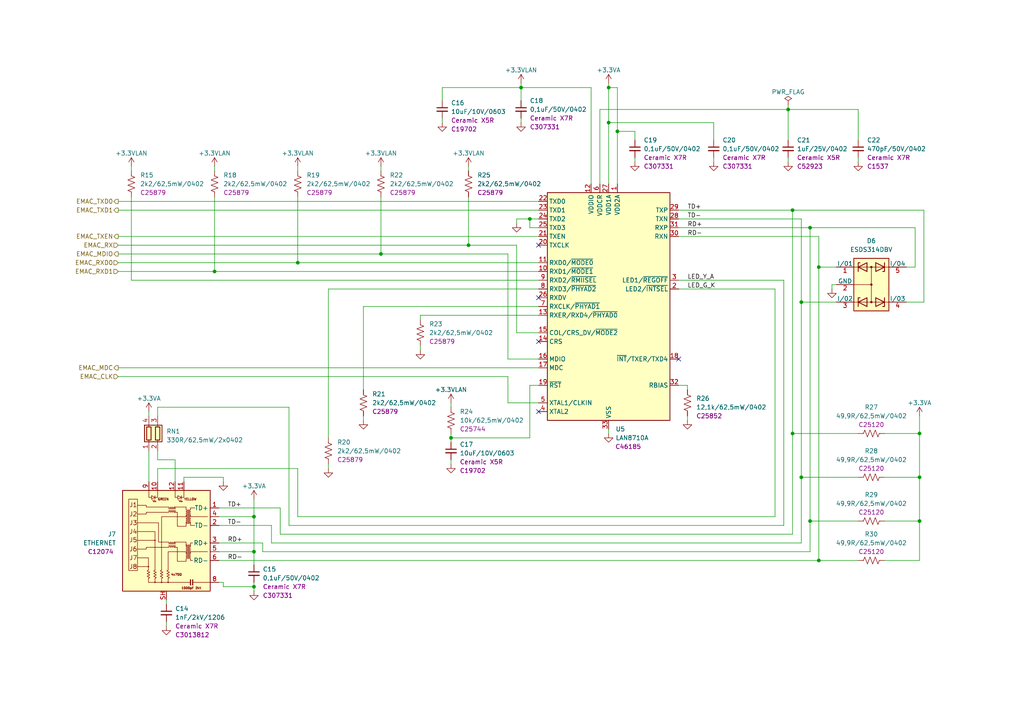
<source format=kicad_sch>
(kicad_sch (version 20230121) (generator eeschema)
  (paper "A4")
  (title_block (title "ESP 16x 24VDC Input 16x 24VDC Output Module") (date "2023-05-05") (rev "V3"))
  (lib_symbols
    (symbol "Device:C_Small" (pin_numbers hide) (pin_names (offset 0.254) hide)
      (property "Reference" "C" (at 0.254 1.778 0))
      (property "Value" "C_Small" (at 0.254 -2.032 0))
      (symbol "C_Small_0_1"
        (polyline (pts (xy -1.524 -0.508) (xy 1.524 -0.508)) (stroke (width 0.3302)))
        (polyline (pts (xy -1.524 0.508) (xy 1.524 0.508)) (stroke (width 0.3048)))
      )
      (symbol "C_Small_1_1"
        (pin passive line (at 0 2.54 270) (length 2.032) (name "~") (number "1"))
        (pin passive line (at 0 -2.54 90) (length 2.032) (name "~") (number "2"))
      )
    )
    (symbol "Device:R_Pack02" (pin_names (offset 0) hide)
      (property "Reference" "RN" (at -5.08 0 90))
      (property "Value" "R_Pack02" (at 2.54 0 90))
      (symbol "R_Pack02_0_1"
        (rectangle (start -3.81 -2.413) (end 1.27 2.413) (stroke (width 0.254)) (fill (type background)))
        (rectangle (start -3.175 1.905) (end -1.905 -1.905) (stroke (width 0.254)))
        (rectangle (start -0.635 1.905) (end 0.635 -1.905) (stroke (width 0.254)))
        (polyline (pts (xy -2.54 -2.54) (xy -2.54 -1.905)))
        (polyline (pts (xy -2.54 1.905) (xy -2.54 2.54)))
        (polyline (pts (xy 0 -2.54) (xy 0 -1.905)))
        (polyline (pts (xy 0 1.905) (xy 0 2.54)))
      )
      (symbol "R_Pack02_1_1"
        (pin passive line (at -2.54 -5.08 90) (length 2.54) (name "R1.1") (number "1"))
        (pin passive line (at 0 -5.08 90) (length 2.54) (name "R2.1") (number "2"))
        (pin passive line (at 0 5.08 270) (length 2.54) (name "R2.2") (number "3"))
        (pin passive line (at -2.54 5.08 270) (length 2.54) (name "R1.2") (number "4"))
      )
    )
    (symbol "Device:R_US" (pin_numbers hide) (pin_names (offset 0))
      (property "Reference" "R" (at 2.54 0 90))
      (property "Value" "R_US" (at -2.54 0 90))
      (symbol "R_US_0_1"
        (polyline (pts (xy 0 -2.286) (xy 0 -2.54)))
        (polyline (pts (xy 0 2.286) (xy 0 2.54)))
        (polyline (pts (xy 0 -0.762) (xy 1.016 -1.143) (xy 0 -1.524) (xy -1.016 -1.905) (xy 0 -2.286)))
        (polyline (pts (xy 0 0.762) (xy 1.016 0.381) (xy 0 0) (xy -1.016 -0.381) (xy 0 -0.762)))
        (polyline (pts (xy 0 2.286) (xy 1.016 1.905) (xy 0 1.524) (xy -1.016 1.143) (xy 0 0.762)))
      )
      (symbol "R_US_1_1"
        (pin passive line (at 0 3.81 270) (length 1.27) (name "~") (number "1"))
        (pin passive line (at 0 -3.81 90) (length 1.27) (name "~") (number "2"))
      )
    )
    (symbol "Interface_Ethernet:LAN8710A"
      (property "Reference" "U" (at -13.97 34.29 0))
      (property "Value" "LAN8710A" (at 17.78 34.29 0))
      (symbol "LAN8710A_0_1"
        (rectangle (start -17.78 33.02) (end 17.78 -33.02) (stroke (width 0.254)) (fill (type background)))
      )
      (symbol "LAN8710A_1_1"
        (pin power_in line (at 2.54 35.56 270) (length 2.54) (name "VDD2A") (number "1"))
        (pin bidirectional line (at -20.32 10.16 0) (length 2.54) (name "RXD1/~{MODE1}") (number "10"))
        (pin bidirectional line (at -20.32 12.7 0) (length 2.54) (name "RXD0/~{MODE0}") (number "11"))
        (pin power_in line (at -5.08 35.56 270) (length 2.54) (name "VDDIO") (number "12"))
        (pin bidirectional line (at -20.32 -2.54 0) (length 2.54) (name "RXER/RXD4/~{PHYAD0}") (number "13"))
        (pin output line (at -20.32 -10.16 0) (length 2.54) (name "CRS") (number "14"))
        (pin bidirectional line (at -20.32 -7.62 0) (length 2.54) (name "COL/CRS_DV/~{MODE2}") (number "15"))
        (pin bidirectional line (at -20.32 -15.24 0) (length 2.54) (name "MDIO") (number "16"))
        (pin input line (at -20.32 -17.78 0) (length 2.54) (name "MDC") (number "17"))
        (pin bidirectional line (at 20.32 -15.24 180) (length 2.54) (name "~{INT}/TXER/TXD4") (number "18"))
        (pin input line (at -20.32 -22.86 0) (length 2.54) (name "~{RST}") (number "19"))
        (pin bidirectional line (at 20.32 5.08 180) (length 2.54) (name "LED2/~{INTSEL}") (number "2"))
        (pin output line (at -20.32 17.78 0) (length 2.54) (name "TXCLK") (number "20"))
        (pin input line (at -20.32 20.32 0) (length 2.54) (name "TXEN") (number "21"))
        (pin input line (at -20.32 30.48 0) (length 2.54) (name "TXD0") (number "22"))
        (pin input line (at -20.32 27.94 0) (length 2.54) (name "TXD1") (number "23"))
        (pin input line (at -20.32 25.4 0) (length 2.54) (name "TXD2") (number "24"))
        (pin input line (at -20.32 22.86 0) (length 2.54) (name "TXD3") (number "25"))
        (pin output line (at -20.32 2.54 0) (length 2.54) (name "RXDV") (number "26"))
        (pin power_in line (at 0 35.56 270) (length 2.54) (name "VDD1A") (number "27"))
        (pin bidirectional line (at 20.32 25.4 180) (length 2.54) (name "TXN") (number "28"))
        (pin bidirectional line (at 20.32 27.94 180) (length 2.54) (name "TXP") (number "29"))
        (pin bidirectional line (at 20.32 7.62 180) (length 2.54) (name "LED1/~{REGOFF}") (number "3"))
        (pin bidirectional line (at 20.32 20.32 180) (length 2.54) (name "RXN") (number "30"))
        (pin bidirectional line (at 20.32 22.86 180) (length 2.54) (name "RXP") (number "31"))
        (pin passive line (at 20.32 -22.86 180) (length 2.54) (name "RBIAS") (number "32"))
        (pin power_in line (at 0 -35.56 90) (length 2.54) (name "VSS") (number "33"))
        (pin output line (at -20.32 -30.48 0) (length 2.54) (name "XTAL2") (number "4"))
        (pin input line (at -20.32 -27.94 0) (length 2.54) (name "XTAL1/CLKIN") (number "5"))
        (pin power_in line (at -2.54 35.56 270) (length 2.54) (name "VDDCR") (number "6"))
        (pin bidirectional line (at -20.32 0 0) (length 2.54) (name "RXCLK/~{PHYAD1}") (number "7"))
        (pin bidirectional line (at -20.32 5.08 0) (length 2.54) (name "RXD3/~{PHYAD2}") (number "8"))
        (pin bidirectional line (at -20.32 7.62 0) (length 2.54) (name "RXD2/~{RMIISEL}") (number "9"))
      )
    )
    (symbol "Tales:+3.3VLAN" (power) (pin_names (offset 0))
      (property "Value" "+3.3VLAN" (at 0 3.556 0))
      (symbol "+3.3VLAN_0_1"
        (polyline (pts (xy -0.762 1.27) (xy 0 2.54)))
        (polyline (pts (xy 0 0) (xy 0 2.54)))
        (polyline (pts (xy 0 2.54) (xy 0.762 1.27)))
      )
      (symbol "+3.3VLAN_1_1"
        (pin power_in line (at 0 0 90) (length 0) hide (name "+3.3VLAN") (number "1"))
      )
    )
    (symbol "Tales:ESDS314DBV" (pin_names (offset 0))
      (property "Reference" "D" (at 0 12.7 0))
      (property "Value" "ESDS314DBV" (at 0 10.16 0))
      (symbol "ESDS314DBV_0_1"
        (rectangle (start -5.08 7.62) (end 5.08 -7.62) (stroke (width 0.254)) (fill (type background)))
        (circle (center 0 -5.08) (radius 0.254) (fill (type outline)))
        (polyline (pts (xy -5.08 -5.08) (xy 5.08 -5.08)))
        (polyline (pts (xy -5.08 0) (xy 0 0)))
        (polyline (pts (xy -5.08 5.08) (xy 5.08 5.08)))
        (polyline (pts (xy 0 -5.08) (xy 0 5.08)))
        (polyline (pts (xy -3.81 -6.35) (xy -3.81 -3.81) (xy -3.302 -3.81)) (stroke (width 0.254)))
        (polyline (pts (xy -3.81 3.81) (xy -3.81 6.35) (xy -3.302 6.35)) (stroke (width 0.254)))
        (polyline (pts (xy 3.81 -3.81) (xy 3.81 -6.35) (xy 3.302 -6.35)) (stroke (width 0.254)))
        (polyline (pts (xy 3.81 6.35) (xy 3.81 3.81) (xy 3.302 3.81)) (stroke (width 0.254)))
        (polyline (pts (xy -1.27 -6.35) (xy -3.81 -5.08) (xy -1.27 -3.81) (xy -1.27 -6.35) (xy -1.27 -6.35) (xy -1.27 -6.35)) (stroke (width 0.254)))
        (polyline (pts (xy -1.27 3.81) (xy -3.81 5.08) (xy -1.27 6.35) (xy -1.27 3.81) (xy -1.27 3.81) (xy -1.27 3.81)) (stroke (width 0.254)))
        (polyline (pts (xy 1.27 -3.81) (xy 3.81 -5.08) (xy 1.27 -6.35) (xy 1.27 -3.81) (xy 1.27 -3.81) (xy 1.27 -3.81)) (stroke (width 0.254)))
        (polyline (pts (xy 1.27 6.35) (xy 3.81 5.08) (xy 1.27 3.81) (xy 1.27 6.35) (xy 1.27 6.35) (xy 1.27 6.35)) (stroke (width 0.254)))
        (circle (center 0 0) (radius 0.254) (fill (type outline)))
        (circle (center 0 5.08) (radius 0.254) (fill (type outline)))
        (pin passive line (at -10.16 5.08 0) (length 5.08) (name "I/01") (number "1"))
        (pin passive line (at -10.16 0 0) (length 5.08) (name "GND") (number "2"))
        (pin passive line (at -10.16 -5.08 0) (length 5.08) (name "I/02") (number "3"))
        (pin passive line (at 10.16 -5.08 180) (length 5.08) (name "I/03") (number "4"))
        (pin passive line (at 10.16 5.08 180) (length 5.08) (name "I/04") (number "5"))
      )
    )
    (symbol "Tales:HanRun_HR911105A"
      (property "Reference" "J" (at 12.7 13.97 0))
      (property "Value" "HanRun_HR911105A" (at 0 -17.78 0))
      (symbol "HanRun_HR911105A_0_0"
        (rectangle (start -12.7 12.7) (end 12.7 -16.51) (stroke (width 0.254)) (fill (type background)))
        (polyline (pts (xy -5.207 -9.398) (xy -8.382 -9.398)))
        (polyline (pts (xy -3.302 -13.97) (xy -3.302 -12.827)))
        (polyline (pts (xy -3.302 -1.778) (xy -8.382 -1.778)))
        (polyline (pts (xy -1.397 -13.97) (xy -1.397 -12.827)))
        (polyline (pts (xy 0.508 -13.97) (xy 0.508 -12.827)))
        (polyline (pts (xy 7.62 -13.97) (xy 12.7 -13.97)))
        (polyline (pts (xy 11.938 -5.08) (xy 6.985 -5.08)))
        (polyline (pts (xy 11.938 5.08) (xy 6.985 5.08)))
        (polyline (pts (xy -1.397 -10.414) (xy -1.397 5.08) (xy 5.715 5.08)))
        (polyline (pts (xy 0.508 -10.414) (xy 0.508 -5.08) (xy 5.715 -5.08)))
        (polyline (pts (xy 6.985 -13.97) (xy -5.207 -13.97) (xy -5.207 -12.827)))
        (polyline (pts (xy 0.635 -2.286) (xy -2.286 -2.286) (xy -2.286 3.302) (xy -8.382 3.302)))
        (polyline (pts (xy 0.635 7.874) (xy -5.842 7.874) (xy -5.842 8.382) (xy -8.382 8.382)))
        (text "1000pF 2kV" (at 7.239 -15.621 0) (effects (font (size 0.635 0.635))))
        (text "4x75Ω" (at 2.921 -11.684 0) (effects (font (size 0.635 0.635))))
        (text "GREEN" (at -2.54 10.16 0) (effects (font (size 0.635 0.635)) (justify left)))
        (text "J1" (at -10.795 8.509 0) (effects (font (size 1.27 1.27)) (justify left)))
        (text "J2" (at -10.795 5.842 0) (effects (font (size 1.27 1.27)) (justify left)))
        (text "J3" (at -10.795 3.302 0) (effects (font (size 1.27 1.27)) (justify left)))
        (text "J4" (at -10.795 0.762 0) (effects (font (size 1.27 1.27)) (justify left)))
        (text "J5" (at -10.795 -1.651 0) (effects (font (size 1.27 1.27)) (justify left)))
        (text "J6" (at -10.795 -4.318 0) (effects (font (size 1.27 1.27)) (justify left)))
        (text "J7" (at -10.795 -6.858 0) (effects (font (size 1.27 1.27)) (justify left)))
        (text "J8" (at -10.795 -9.398 0) (effects (font (size 1.27 1.27)) (justify left)))
        (text "YELLOW" (at 5.08 10.16 0) (effects (font (size 0.635 0.635)) (justify left)))
      )
      (symbol "HanRun_HR911105A_0_1"
        (rectangle (start -8.382 -10.541) (end -10.922 10.16))
        (circle (center -5.207 -9.398) (radius 0.127) (fill (type outline)))
        (circle (center -3.302 -13.97) (radius 0.127) (fill (type outline)))
        (circle (center -3.302 -1.778) (radius 0.127) (fill (type outline)))
        (circle (center -1.397 -13.97) (radius 0.127) (fill (type outline)))
        (polyline (pts (xy -3.556 9.398) (xy -4.064 9.906)))
        (polyline (pts (xy -3.302 11.176) (xy -3.302 10.16)))
        (polyline (pts (xy -3.048 9.398) (xy -3.556 9.906)))
        (polyline (pts (xy 0.635 -3.302) (xy 2.667 -3.302)))
        (polyline (pts (xy 0.635 6.858) (xy 2.667 6.858)))
        (polyline (pts (xy 2.667 -2.794) (xy 0.635 -2.794)))
        (polyline (pts (xy 2.667 7.366) (xy 0.635 7.366)))
        (polyline (pts (xy 4.064 9.398) (xy 3.556 9.906)))
        (polyline (pts (xy 4.318 11.176) (xy 4.318 10.16)))
        (polyline (pts (xy 4.572 9.398) (xy 4.064 9.906)))
        (polyline (pts (xy 6.223 -3.048) (xy 6.223 -7.112)))
        (polyline (pts (xy 6.223 7.112) (xy 6.223 3.048)))
        (polyline (pts (xy 6.477 -7.112) (xy 6.477 -3.048)))
        (polyline (pts (xy 6.477 3.048) (xy 6.477 7.112)))
        (polyline (pts (xy 6.985 -14.732) (xy 6.985 -13.208)) (stroke (width 0.3048)))
        (polyline (pts (xy 7.62 -14.732) (xy 7.62 -13.208)) (stroke (width 0.3048)))
        (polyline (pts (xy -5.207 -10.414) (xy -5.207 -6.858) (xy -8.382 -6.858)))
        (polyline (pts (xy -5.08 12.7) (xy -5.08 10.668) (xy -4.318 10.668)))
        (polyline (pts (xy -3.556 9.652) (xy -3.556 9.398) (xy -3.81 9.398)))
        (polyline (pts (xy -3.302 -10.414) (xy -3.302 0.762) (xy -8.382 0.762)))
        (polyline (pts (xy -3.048 9.652) (xy -3.048 9.398) (xy -3.302 9.398)))
        (polyline (pts (xy -2.54 12.7) (xy -2.54 10.668) (xy -3.302 10.668)))
        (polyline (pts (xy 2.54 12.7) (xy 2.54 10.668) (xy 3.302 10.668)))
        (polyline (pts (xy 2.667 -2.286) (xy 5.715 -2.286) (xy 5.715 -3.048)))
        (polyline (pts (xy 2.667 7.874) (xy 5.715 7.874) (xy 5.715 7.112)))
        (polyline (pts (xy 4.064 9.652) (xy 4.064 9.398) (xy 3.81 9.398)))
        (polyline (pts (xy 4.572 9.652) (xy 4.572 9.398) (xy 4.318 9.398)))
        (polyline (pts (xy 5.08 12.7) (xy 5.08 10.668) (xy 4.318 10.668)))
        (polyline (pts (xy 6.985 -7.112) (xy 6.985 -7.62) (xy 7.62 -7.62)))
        (polyline (pts (xy 6.985 -3.048) (xy 6.985 -2.54) (xy 7.62 -2.54)))
        (polyline (pts (xy 6.985 3.048) (xy 6.985 2.54) (xy 8.255 2.54)))
        (polyline (pts (xy 6.985 7.112) (xy 6.985 7.62) (xy 8.255 7.62)))
        (polyline (pts (xy -3.302 10.668) (xy -4.318 11.176) (xy -4.318 10.16) (xy -3.302 10.668)))
        (polyline (pts (xy 0.635 -3.81) (xy -5.842 -3.81) (xy -5.842 -4.318) (xy -8.382 -4.318)))
        (polyline (pts (xy 0.635 6.35) (xy -5.842 6.35) (xy -5.842 5.842) (xy -8.382 5.842)))
        (polyline (pts (xy 4.318 10.668) (xy 3.302 11.176) (xy 3.302 10.16) (xy 4.318 10.668)))
        (polyline (pts (xy 5.715 -7.112) (xy 5.715 -7.874) (xy 3.175 -7.874) (xy 3.175 -3.81) (xy 2.667 -3.81)))
        (polyline (pts (xy 5.715 3.048) (xy 5.715 2.286) (xy 3.175 2.286) (xy 3.175 6.35) (xy 2.667 6.35)))
        (polyline (pts (xy -5.207 -12.827) (xy -4.826 -12.573) (xy -5.588 -12.192) (xy -4.826 -11.811) (xy -5.588 -11.43) (xy -4.826 -11.049) (xy -5.588 -10.668) (xy -5.207 -10.414)))
        (polyline (pts (xy -3.302 -12.827) (xy -2.921 -12.573) (xy -3.683 -12.192) (xy -2.921 -11.811) (xy -3.683 -11.43) (xy -2.921 -11.049) (xy -3.683 -10.668) (xy -3.302 -10.414)))
        (polyline (pts (xy -1.397 -12.827) (xy -1.016 -12.573) (xy -1.778 -12.192) (xy -1.016 -11.811) (xy -1.778 -11.43) (xy -1.016 -11.049) (xy -1.778 -10.668) (xy -1.397 -10.414)))
        (polyline (pts (xy 0.508 -12.827) (xy 0.889 -12.573) (xy 0.127 -12.192) (xy 0.889 -11.811) (xy 0.127 -11.43) (xy 0.889 -11.049) (xy 0.127 -10.668) (xy 0.508 -10.414)))
        (circle (center 0.508 -13.97) (radius 0.127) (fill (type outline)))
        (arc (start 0.635 -2.286) (mid 0.889 -2.5389) (end 1.143 -2.286))
        (arc (start 0.635 7.874) (mid 0.889 7.6211) (end 1.143 7.874))
        (arc (start 1.143 -3.81) (mid 0.889 -3.5571) (end 0.635 -3.81))
        (arc (start 1.143 -2.286) (mid 1.397 -2.5389) (end 1.651 -2.286))
        (arc (start 1.143 6.35) (mid 0.889 6.6029) (end 0.635 6.35))
        (arc (start 1.143 7.874) (mid 1.397 7.6211) (end 1.651 7.874))
        (arc (start 1.651 -3.81) (mid 1.397 -3.5571) (end 1.143 -3.81))
        (arc (start 1.651 -2.286) (mid 1.905 -2.5389) (end 2.159 -2.286))
        (arc (start 1.651 6.35) (mid 1.397 6.6029) (end 1.143 6.35))
        (arc (start 1.651 7.874) (mid 1.905 7.6211) (end 2.159 7.874))
        (arc (start 2.159 -3.81) (mid 1.905 -3.5571) (end 1.651 -3.81))
        (arc (start 2.159 -2.286) (mid 2.413 -2.5389) (end 2.667 -2.286))
        (arc (start 2.159 6.35) (mid 1.905 6.6029) (end 1.651 6.35))
        (arc (start 2.159 7.874) (mid 2.413 7.6211) (end 2.667 7.874))
        (circle (center 2.413 -3.8354) (radius 0.0762) (stroke (width 0.0254)) (fill (type outline)))
        (circle (center 2.413 -2.2606) (radius 0.0762) (stroke (width 0.0254)) (fill (type outline)))
        (circle (center 2.413 6.3246) (radius 0.0762) (stroke (width 0.0254)) (fill (type outline)))
        (circle (center 2.413 7.8994) (radius 0.0762) (stroke (width 0.0254)) (fill (type outline)))
        (arc (start 2.667 -3.81) (mid 2.413 -3.5571) (end 2.159 -3.81))
        (arc (start 2.667 6.35) (mid 2.413 6.6029) (end 2.159 6.35))
        (arc (start 5.715 -7.112) (mid 5.9679 -6.858) (end 5.715 -6.604))
        (arc (start 5.715 -6.604) (mid 5.9679 -6.35) (end 5.715 -6.096))
        (arc (start 5.715 -6.096) (mid 5.9679 -5.842) (end 5.715 -5.588))
        (arc (start 5.715 -5.588) (mid 5.9679 -5.334) (end 5.715 -5.08))
        (circle (center 5.715 -5.334) (radius 0.0762) (stroke (width 0.0254)) (fill (type outline)))
        (arc (start 5.715 -5.08) (mid 5.9679 -4.826) (end 5.715 -4.572))
        (arc (start 5.715 -4.572) (mid 5.9679 -4.318) (end 5.715 -4.064))
        (arc (start 5.715 -4.064) (mid 5.9679 -3.81) (end 5.715 -3.556))
        (arc (start 5.715 -3.556) (mid 5.9679 -3.302) (end 5.715 -3.048))
        (circle (center 5.715 -3.302) (radius 0.0762) (stroke (width 0.0254)) (fill (type outline)))
        (arc (start 5.715 3.048) (mid 5.9679 3.302) (end 5.715 3.556))
        (circle (center 5.715 3.302) (radius 0.0762) (stroke (width 0.0254)) (fill (type outline)))
        (arc (start 5.715 3.556) (mid 5.9679 3.81) (end 5.715 4.064))
        (arc (start 5.715 4.064) (mid 5.9679 4.318) (end 5.715 4.572))
        (arc (start 5.715 4.572) (mid 5.9679 4.826) (end 5.715 5.08))
        (arc (start 5.715 5.08) (mid 5.9679 5.334) (end 5.715 5.588))
        (circle (center 5.715 5.334) (radius 0.0762) (stroke (width 0.0254)) (fill (type outline)))
        (arc (start 5.715 5.588) (mid 5.9679 5.842) (end 5.715 6.096))
        (arc (start 5.715 6.096) (mid 5.9679 6.35) (end 5.715 6.604))
        (arc (start 5.715 6.604) (mid 5.9679 6.858) (end 5.715 7.112))
        (arc (start 6.985 -6.604) (mid 6.7321 -6.858) (end 6.985 -7.112))
        (arc (start 6.985 -6.096) (mid 6.7321 -6.35) (end 6.985 -6.604))
        (arc (start 6.985 -5.588) (mid 6.7321 -5.842) (end 6.985 -6.096))
        (circle (center 6.985 -5.334) (radius 0.0762) (stroke (width 0.0254)) (fill (type outline)))
        (arc (start 6.985 -5.08) (mid 6.7321 -5.334) (end 6.985 -5.588))
        (arc (start 6.985 -4.572) (mid 6.7321 -4.826) (end 6.985 -5.08))
        (arc (start 6.985 -4.064) (mid 6.7321 -4.318) (end 6.985 -4.572))
        (arc (start 6.985 -3.556) (mid 6.7321 -3.81) (end 6.985 -4.064))
        (circle (center 6.985 -3.302) (radius 0.0762) (stroke (width 0.0254)) (fill (type outline)))
        (arc (start 6.985 -3.048) (mid 6.7321 -3.302) (end 6.985 -3.556))
        (circle (center 6.985 3.302) (radius 0.0762) (stroke (width 0.0254)) (fill (type outline)))
        (arc (start 6.985 3.556) (mid 6.7321 3.302) (end 6.985 3.048))
        (arc (start 6.985 4.064) (mid 6.7321 3.81) (end 6.985 3.556))
        (arc (start 6.985 4.572) (mid 6.7321 4.318) (end 6.985 4.064))
        (arc (start 6.985 5.08) (mid 6.7321 4.826) (end 6.985 4.572))
        (circle (center 6.985 5.334) (radius 0.0762) (stroke (width 0.0254)) (fill (type outline)))
        (arc (start 6.985 5.588) (mid 6.7321 5.334) (end 6.985 5.08))
        (arc (start 6.985 6.096) (mid 6.7321 5.842) (end 6.985 5.588))
        (arc (start 6.985 6.604) (mid 6.7321 6.35) (end 6.985 6.096))
        (arc (start 6.985 7.112) (mid 6.7321 6.858) (end 6.985 6.604))
      )
      (symbol "HanRun_HR911105A_1_1"
        (pin passive line (at 15.24 7.62 180) (length 2.54) (name "TD+") (number "1"))
        (pin passive line (at -2.54 15.24 270) (length 2.54) (name "~") (number "10"))
        (pin passive line (at 5.08 15.24 270) (length 2.54) (name "~") (number "11"))
        (pin passive line (at 2.54 15.24 270) (length 2.54) (name "~") (number "12"))
        (pin passive line (at 15.24 2.54 180) (length 2.54) (name "TD-") (number "2"))
        (pin passive line (at 15.24 -2.54 180) (length 2.54) (name "RD+") (number "3"))
        (pin passive line (at 15.24 5.08 180) (length 2.54) (name "~") (number "4"))
        (pin passive line (at 15.24 -5.08 180) (length 2.54) (name "~") (number "5"))
        (pin passive line (at 15.24 -7.62 180) (length 2.54) (name "RD-") (number "6"))
        (pin no_connect line (at 12.7 -11.43 180) (length 2.54) hide (name "NC") (number "7"))
        (pin passive line (at 15.24 -13.97 180) (length 2.54) (name "~") (number "8"))
        (pin passive line (at -5.08 15.24 270) (length 2.54) (name "~") (number "9"))
        (pin passive line (at 0 -19.05 90) (length 2.54) (name "~") (number "SH"))
      )
    )
    (symbol "power:+3.3VA" (power) (pin_names (offset 0))
      (property "Value" "+3.3VA" (at 0 3.556 0))
      (symbol "+3.3VA_0_1"
        (polyline (pts (xy -0.762 1.27) (xy 0 2.54)))
        (polyline (pts (xy 0 0) (xy 0 2.54)))
        (polyline (pts (xy 0 2.54) (xy 0.762 1.27)))
      )
      (symbol "+3.3VA_1_1"
        (pin power_in line (at 0 0 90) (length 0) hide (name "+3.3VA") (number "1"))
      )
    )
    (symbol "power:GND" (power) (pin_names (offset 0))
      (property "Value" "GND" (at 0 -3.81 0))
      (symbol "GND_0_1"
        (polyline (pts (xy 0 0) (xy 0 -1.27) (xy 1.27 -1.27) (xy 0 -2.54) (xy -1.27 -1.27) (xy 0 -1.27)))
      )
      (symbol "GND_1_1"
        (pin power_in line (at 0 0 270) (length 0) hide (name "GND") (number "1"))
      )
    )
    (symbol "power:PWR_FLAG" (power) (pin_numbers hide) (pin_names (offset 0) hide)
      (property "Value" "PWR_FLAG" (at 0 3.81 0))
      (symbol "PWR_FLAG_0_0"
        (pin power_out line (at 0 0 90) (length 0) (name "pwr") (number "1"))
      )
      (symbol "PWR_FLAG_0_1"
        (polyline (pts (xy 0 0) (xy 0 1.27) (xy -1.016 1.905) (xy 0 2.54) (xy 1.016 1.905) (xy 0 1.27)))
      )
    )
  )
  (junction (at 266.7 125.73))
  (junction (at 232.41 138.43))
  (junction (at 229.87 60.96))
  (junction (at 73.66 160.02))
  (junction (at 266.7 138.43))
  (junction (at 110.49 73.66))
  (junction (at 179.07 38.1))
  (junction (at 151.13 25.4))
  (junction (at 176.53 35.56))
  (junction (at 234.95 151.13))
  (junction (at 73.66 149.86))
  (junction (at 86.36 76.2))
  (junction (at 266.7 151.13))
  (junction (at 229.87 125.73))
  (junction (at 153.67 63.5))
  (junction (at 176.53 25.4))
  (junction (at 135.89 71.12))
  (junction (at 237.49 162.56))
  (junction (at 232.41 87.63))
  (junction (at 130.81 127))
  (junction (at 62.23 78.74))
  (junction (at 237.49 77.47))
  (junction (at 228.6 31.75))
  (junction (at 234.95 66.04))
  (junction (at 73.66 170.18))
  (no_connect (at 156.21 99.06))
  (no_connect (at 156.21 86.36))
  (no_connect (at 196.85 104.14))
  (no_connect (at 156.21 71.12))
  (no_connect (at 156.21 119.38))
  (wire (pts (xy 176.53 35.56) (xy 176.53 53.34)))
  (wire (pts (xy 34.29 71.12) (xy 135.89 71.12)))
  (wire (pts (xy 128.27 25.4) (xy 151.13 25.4)))
  (wire (pts (xy 64.77 138.43) (xy 64.77 139.7)))
  (wire (pts (xy 34.29 78.74) (xy 62.23 78.74)))
  (wire (pts (xy 171.45 25.4) (xy 171.45 53.34)))
  (wire (pts (xy 64.77 170.18) (xy 64.77 168.91)))
  (wire (pts (xy 241.3 82.55) (xy 242.57 82.55)))
  (wire (pts (xy 256.54 125.73) (xy 266.7 125.73)))
  (wire (pts (xy 228.6 31.75) (xy 248.92 31.75)))
  (wire (pts (xy 34.29 106.68) (xy 156.21 106.68)))
  (wire (pts (xy 38.1 48.26) (xy 38.1 49.53)))
  (wire (pts (xy 234.95 151.13) (xy 234.95 160.02)))
  (wire (pts (xy 237.49 77.47) (xy 237.49 162.56)))
  (wire (pts (xy 173.99 53.34) (xy 173.99 31.75)))
  (wire (pts (xy 266.7 151.13) (xy 266.7 162.56)))
  (wire (pts (xy 86.36 76.2) (xy 156.21 76.2)))
  (wire (pts (xy 156.21 111.76) (xy 153.67 111.76)))
  (wire (pts (xy 156.21 96.52) (xy 149.86 96.52)))
  (wire (pts (xy 83.82 118.11) (xy 83.82 152.4)))
  (wire (pts (xy 81.28 154.94) (xy 229.87 154.94)))
  (wire (pts (xy 179.07 38.1) (xy 179.07 53.34)))
  (wire (pts (xy 153.67 63.5) (xy 149.86 63.5)))
  (wire (pts (xy 135.89 71.12) (xy 135.89 57.15)))
  (wire (pts (xy 34.29 68.58) (xy 156.21 68.58)))
  (wire (pts (xy 153.67 66.04) (xy 153.67 63.5)))
  (wire (pts (xy 62.23 48.26) (xy 62.23 49.53)))
  (wire (pts (xy 43.18 119.38) (xy 43.18 120.65)))
  (wire (pts (xy 95.25 134.62) (xy 95.25 135.89)))
  (wire (pts (xy 128.27 29.21) (xy 128.27 25.4)))
  (wire (pts (xy 105.41 120.65) (xy 105.41 121.92)))
  (wire (pts (xy 34.29 76.2) (xy 86.36 76.2)))
  (wire (pts (xy 130.81 133.35) (xy 130.81 134.62)))
  (wire (pts (xy 121.92 91.44) (xy 121.92 92.71)))
  (wire (pts (xy 262.89 77.47) (xy 265.43 77.47)))
  (wire (pts (xy 53.34 138.43) (xy 53.34 139.7)))
  (wire (pts (xy 267.97 87.63) (xy 267.97 60.96)))
  (wire (pts (xy 38.1 57.15) (xy 38.1 81.28)))
  (wire (pts (xy 266.7 125.73) (xy 266.7 138.43)))
  (wire (pts (xy 64.77 168.91) (xy 63.5 168.91)))
  (wire (pts (xy 147.32 104.14) (xy 156.21 104.14)))
  (wire (pts (xy 176.53 25.4) (xy 176.53 35.56)))
  (wire (pts (xy 199.39 111.76) (xy 196.85 111.76)))
  (wire (pts (xy 234.95 151.13) (xy 248.92 151.13)))
  (wire (pts (xy 62.23 78.74) (xy 156.21 78.74)))
  (wire (pts (xy 196.85 68.58) (xy 237.49 68.58)))
  (wire (pts (xy 229.87 125.73) (xy 229.87 154.94)))
  (wire (pts (xy 34.29 109.22) (xy 147.32 109.22)))
  (wire (pts (xy 43.18 130.81) (xy 43.18 139.7)))
  (wire (pts (xy 81.28 147.32) (xy 81.28 154.94)))
  (wire (pts (xy 266.7 162.56) (xy 256.54 162.56)))
  (wire (pts (xy 45.72 135.89) (xy 86.36 135.89)))
  (wire (pts (xy 151.13 34.29) (xy 151.13 35.56)))
  (wire (pts (xy 45.72 133.35) (xy 50.8 133.35)))
  (wire (pts (xy 151.13 25.4) (xy 151.13 29.21)))
  (wire (pts (xy 130.81 116.84) (xy 130.81 118.11)))
  (wire (pts (xy 153.67 127) (xy 130.81 127)))
  (wire (pts (xy 83.82 152.4) (xy 227.33 152.4)))
  (wire (pts (xy 86.36 57.15) (xy 86.36 76.2)))
  (wire (pts (xy 207.01 45.72) (xy 207.01 46.99)))
  (wire (pts (xy 228.6 31.75) (xy 228.6 40.64)))
  (wire (pts (xy 176.53 124.46) (xy 176.53 125.73)))
  (wire (pts (xy 50.8 139.7) (xy 50.8 133.35)))
  (wire (pts (xy 128.27 34.29) (xy 128.27 35.56)))
  (wire (pts (xy 228.6 30.48) (xy 228.6 31.75)))
  (wire (pts (xy 45.72 139.7) (xy 45.72 135.89)))
  (wire (pts (xy 62.23 57.15) (xy 62.23 78.74)))
  (wire (pts (xy 176.53 24.13) (xy 176.53 25.4)))
  (wire (pts (xy 229.87 125.73) (xy 248.92 125.73)))
  (wire (pts (xy 237.49 68.58) (xy 237.49 77.47)))
  (wire (pts (xy 78.74 152.4) (xy 78.74 157.48)))
  (wire (pts (xy 63.5 147.32) (xy 81.28 147.32)))
  (wire (pts (xy 237.49 162.56) (xy 248.92 162.56)))
  (wire (pts (xy 149.86 71.12) (xy 135.89 71.12)))
  (wire (pts (xy 176.53 25.4) (xy 179.07 25.4)))
  (wire (pts (xy 151.13 25.4) (xy 171.45 25.4)))
  (wire (pts (xy 110.49 57.15) (xy 110.49 73.66)))
  (wire (pts (xy 228.6 45.72) (xy 228.6 46.99)))
  (wire (pts (xy 76.2 157.48) (xy 76.2 160.02)))
  (wire (pts (xy 48.26 180.34) (xy 48.26 181.61)))
  (wire (pts (xy 229.87 60.96) (xy 229.87 125.73)))
  (wire (pts (xy 265.43 77.47) (xy 265.43 66.04)))
  (wire (pts (xy 147.32 73.66) (xy 147.32 104.14)))
  (wire (pts (xy 64.77 138.43) (xy 53.34 138.43)))
  (wire (pts (xy 266.7 138.43) (xy 266.7 151.13)))
  (wire (pts (xy 256.54 151.13) (xy 266.7 151.13)))
  (wire (pts (xy 248.92 31.75) (xy 248.92 40.64)))
  (wire (pts (xy 130.81 125.73) (xy 130.81 127)))
  (wire (pts (xy 34.29 73.66) (xy 110.49 73.66)))
  (wire (pts (xy 86.36 48.26) (xy 86.36 49.53)))
  (wire (pts (xy 153.67 111.76) (xy 153.67 127)))
  (wire (pts (xy 45.72 130.81) (xy 45.72 133.35)))
  (wire (pts (xy 63.5 152.4) (xy 78.74 152.4)))
  (wire (pts (xy 73.66 170.18) (xy 73.66 171.45)))
  (wire (pts (xy 130.81 127) (xy 130.81 128.27)))
  (wire (pts (xy 149.86 96.52) (xy 149.86 71.12)))
  (wire (pts (xy 229.87 60.96) (xy 196.85 60.96)))
  (wire (pts (xy 173.99 31.75) (xy 228.6 31.75)))
  (wire (pts (xy 110.49 73.66) (xy 147.32 73.66)))
  (wire (pts (xy 105.41 88.9) (xy 105.41 113.03)))
  (wire (pts (xy 86.36 135.89) (xy 86.36 149.86)))
  (wire (pts (xy 199.39 113.03) (xy 199.39 111.76)))
  (wire (pts (xy 241.3 83.82) (xy 241.3 82.55)))
  (wire (pts (xy 45.72 118.11) (xy 83.82 118.11)))
  (wire (pts (xy 63.5 162.56) (xy 237.49 162.56)))
  (wire (pts (xy 78.74 157.48) (xy 232.41 157.48)))
  (wire (pts (xy 224.79 149.86) (xy 224.79 83.82)))
  (wire (pts (xy 265.43 66.04) (xy 234.95 66.04)))
  (wire (pts (xy 95.25 83.82) (xy 95.25 127)))
  (wire (pts (xy 232.41 138.43) (xy 248.92 138.43)))
  (wire (pts (xy 34.29 60.96) (xy 156.21 60.96)))
  (wire (pts (xy 73.66 168.91) (xy 73.66 170.18)))
  (wire (pts (xy 156.21 63.5) (xy 153.67 63.5)))
  (wire (pts (xy 48.26 173.99) (xy 48.26 175.26)))
  (wire (pts (xy 232.41 63.5) (xy 196.85 63.5)))
  (wire (pts (xy 110.49 48.26) (xy 110.49 49.53)))
  (wire (pts (xy 121.92 100.33) (xy 121.92 101.6)))
  (wire (pts (xy 184.15 38.1) (xy 184.15 40.64)))
  (wire (pts (xy 156.21 116.84) (xy 147.32 116.84)))
  (wire (pts (xy 64.77 170.18) (xy 73.66 170.18)))
  (wire (pts (xy 149.86 63.5) (xy 149.86 64.77)))
  (wire (pts (xy 267.97 60.96) (xy 229.87 60.96)))
  (wire (pts (xy 248.92 45.72) (xy 248.92 46.99)))
  (wire (pts (xy 156.21 66.04) (xy 153.67 66.04)))
  (wire (pts (xy 196.85 81.28) (xy 227.33 81.28)))
  (wire (pts (xy 73.66 144.78) (xy 73.66 149.86)))
  (wire (pts (xy 76.2 160.02) (xy 234.95 160.02)))
  (wire (pts (xy 34.29 58.42) (xy 156.21 58.42)))
  (wire (pts (xy 179.07 25.4) (xy 179.07 38.1)))
  (wire (pts (xy 256.54 138.43) (xy 266.7 138.43)))
  (wire (pts (xy 151.13 24.13) (xy 151.13 25.4)))
  (wire (pts (xy 86.36 149.86) (xy 224.79 149.86)))
  (wire (pts (xy 156.21 91.44) (xy 121.92 91.44)))
  (wire (pts (xy 207.01 35.56) (xy 207.01 40.64)))
  (wire (pts (xy 176.53 35.56) (xy 207.01 35.56)))
  (wire (pts (xy 95.25 83.82) (xy 156.21 83.82)))
  (wire (pts (xy 227.33 152.4) (xy 227.33 81.28)))
  (wire (pts (xy 266.7 120.65) (xy 266.7 125.73)))
  (wire (pts (xy 105.41 88.9) (xy 156.21 88.9)))
  (wire (pts (xy 237.49 77.47) (xy 242.57 77.47)))
  (wire (pts (xy 184.15 45.72) (xy 184.15 46.99)))
  (wire (pts (xy 232.41 87.63) (xy 242.57 87.63)))
  (wire (pts (xy 179.07 38.1) (xy 184.15 38.1)))
  (wire (pts (xy 232.41 87.63) (xy 232.41 138.43)))
  (wire (pts (xy 232.41 63.5) (xy 232.41 87.63)))
  (wire (pts (xy 135.89 48.26) (xy 135.89 49.53)))
  (wire (pts (xy 73.66 160.02) (xy 73.66 149.86)))
  (wire (pts (xy 232.41 138.43) (xy 232.41 157.48)))
  (wire (pts (xy 63.5 160.02) (xy 73.66 160.02)))
  (wire (pts (xy 63.5 157.48) (xy 76.2 157.48)))
  (wire (pts (xy 38.1 81.28) (xy 156.21 81.28)))
  (wire (pts (xy 196.85 83.82) (xy 224.79 83.82)))
  (wire (pts (xy 147.32 116.84) (xy 147.32 109.22)))
  (wire (pts (xy 199.39 120.65) (xy 199.39 121.92)))
  (wire (pts (xy 196.85 66.04) (xy 234.95 66.04)))
  (wire (pts (xy 45.72 120.65) (xy 45.72 118.11)))
  (wire (pts (xy 234.95 66.04) (xy 234.95 151.13)))
  (wire (pts (xy 73.66 160.02) (xy 73.66 163.83)))
  (wire (pts (xy 262.89 87.63) (xy 267.97 87.63)))
  (wire (pts (xy 73.66 149.86) (xy 63.5 149.86)))
  (label "RD-" (at 66.04 162.56 0))
  (label "LED_Y_A" (at 199.39 81.28 0))
  (label "TD+" (at 66.04 147.32 0))
  (label "TD+" (at 199.39 60.96 0))
  (label "TD-" (at 66.04 152.4 0))
  (label "RD-" (at 199.39 68.58 0))
  (label "RD+" (at 66.04 157.48 0))
  (label "RD+" (at 199.39 66.04 0))
  (label "LED_G_K" (at 199.39 83.82 0))
  (label "TD-" (at 199.39 63.5 0))
  (hierarchical_label "EMAC_MDIO" (shape output) (at 34.29 73.66 180))
  (hierarchical_label "EMAC_TXEN" (shape output) (at 34.29 68.58 180))
  (hierarchical_label "EMAC_CLK" (shape input) (at 34.29 109.22 180))
  (hierarchical_label "EMAC_RXD1" (shape input) (at 34.29 78.74 180))
  (hierarchical_label "EMAC_MDC" (shape output) (at 34.29 106.68 180))
  (hierarchical_label "EMAC_RXD0" (shape input) (at 34.29 76.2 180))
  (hierarchical_label "EMAC_RX" (shape input) (at 34.29 71.12 180))
  (hierarchical_label "EMAC_TXD0" (shape output) (at 34.29 58.42 180))
  (hierarchical_label "EMAC_TXD1" (shape output) (at 34.29 60.96 180))
  (symbol (lib_id "Device:C_Small") (at 207.01 43.18 0) (unit 1)
    (property "Reference" "C20" (at 209.55 40.64 0) (effects (justify left)))
    (property "Value" "0,1uF/50V/0402" (at 209.55 43.18 0) (effects (justify left)))
    (property "Footprint" "Tales:C_0402_1005Metric" (effects hide))
    (property "Case" "0402/1005" (effects hide))
    (property "JLCPCB BOM" "1" (effects hide))
    (property "LCSC Part #" "C307331" (at 209.55 48.2538 0) (effects (justify left)))
    (property "Mfr" "Samsung" (effects hide))
    (property "Mfr PN" "CL05B104KB54PNC" (effects hide))
    (property "Technology" "Ceramic X7R" (at 209.55 45.7138 0) (effects (justify left)))
    (property "Vendor" "JLCPCB" (effects hide))
    (property "Vendor PN" "C307331" (effects hide))
  )
  (symbol (lib_id "power:GND") (at 184.15 46.99 0) (unit 1)
    (property "Reference" "#PWR057" (effects hide))
    (property "Value" "GNDREF" (effects hide))
  )
  (symbol (lib_id "Device:R_US") (at 130.81 121.92 0) (unit 1)
    (property "Reference" "R24" (at 133.35 119.38 0) (effects (justify left)))
    (property "Value" "10k/62,5mW/0402" (at 133.35 121.92 0) (effects (justify left)))
    (property "Footprint" "Tales:R_0402_1005Metric" (effects hide))
    (property "Case" "0402/1005" (effects hide))
    (property "Mfr" "Uniroyal" (effects hide))
    (property "Vendor" "JLCPCB" (effects hide))
    (property "Mfr PN" "0402WGF1002TCE" (effects hide))
    (property "Vendor PN" "C25744" (effects hide))
    (property "LCSC Part #" "C25744" (at 133.35 124.46 0) (effects (justify left)))
    (property "JLCPCB BOM" "1" (effects hide))
  )
  (symbol (lib_id "power:GND") (at 228.6 46.99 0) (unit 1)
    (property "Reference" "#PWR060" (effects hide))
    (property "Value" "GNDREF" (effects hide))
  )
  (symbol (lib_id "Device:C_Small") (at 128.27 31.75 0) (unit 1)
    (property "Reference" "C16" (at 130.81 29.845 0) (effects (justify left)))
    (property "Value" "10uF/10V/0603" (at 130.81 32.385 0) (effects (justify left)))
    (property "Footprint" "Tales:C_0603_1608Metric" (effects hide))
    (property "Mfr" "Samsung" (effects hide))
    (property "Mfr PN" "CL10A106KP8NNNC" (effects hide))
    (property "JLCPCB BOM" "1" (effects hide))
    (property "LCSC Part #" "C19702" (at 130.81 37.465 0) (effects (justify left)))
    (property "Technology" "Ceramic X5R" (at 130.81 34.925 0) (effects (justify left)))
    (property "Vendor" "JLCPCB" (effects hide))
    (property "Vendor PN" "C19702" (effects hide))
    (property "Case" "0603/1608" (effects hide))
  )
  (symbol (lib_id "Tales:+3.3VLAN") (at 135.89 48.26 0) (unit 1)
    (property "Reference" "#PWR051" (effects hide))
    (property "Value" "+3.3VLAN" (at 135.89 44.45 0))
  )
  (symbol (lib_id "Device:C_Small") (at 73.66 166.37 0) (unit 1)
    (property "Reference" "C15" (at 76.2 165.1062 0) (effects (justify left)))
    (property "Value" "0,1uF/50V/0402" (at 76.2 167.6462 0) (effects (justify left)))
    (property "Footprint" "Tales:C_0402_1005Metric" (effects hide))
    (property "Case" "0402/1005" (effects hide))
    (property "JLCPCB BOM" "1" (effects hide))
    (property "LCSC Part #" "C307331" (at 76.2 172.72 0) (effects (justify left)))
    (property "Mfr" "Samsung" (effects hide))
    (property "Mfr PN" "CL05B104KB54PNC" (effects hide))
    (property "Technology" "Ceramic X7R" (at 76.2 170.18 0) (effects (justify left)))
    (property "Vendor" "JLCPCB" (effects hide))
    (property "Vendor PN" "C307331" (effects hide))
  )
  (symbol (lib_id "Device:R_US") (at 62.23 53.34 0) (unit 1)
    (property "Reference" "R18" (at 64.77 50.8 0) (effects (justify left)))
    (property "Value" "2k2/62,5mW/0402" (at 64.77 53.34 0) (effects (justify left)))
    (property "Footprint" "Tales:R_0402_1005Metric" (effects hide))
    (property "Case" "0402/1005" (effects hide))
    (property "Mfr" "Uniroyal" (effects hide))
    (property "Vendor" "JLCPCB" (effects hide))
    (property "Mfr PN" "0402WGF2201TCE" (effects hide))
    (property "Vendor PN" "C25879" (effects hide))
    (property "LCSC Part #" "C25879" (at 64.77 55.88 0) (effects (justify left)))
    (property "JLCPCB BOM" "1" (effects hide))
  )
  (symbol (lib_id "Device:R_US") (at 135.89 53.34 0) (unit 1)
    (property "Reference" "R25" (at 138.43 50.8 0) (effects (justify left)))
    (property "Value" "2k2/62,5mW/0402" (at 138.43 53.34 0) (effects (justify left)))
    (property "Footprint" "Tales:R_0402_1005Metric" (effects hide))
    (property "Case" "0402/1005" (effects hide))
    (property "Mfr" "Uniroyal" (effects hide))
    (property "Vendor" "JLCPCB" (effects hide))
    (property "Mfr PN" "0402WGF2201TCE" (effects hide))
    (property "Vendor PN" "C25879" (effects hide))
    (property "LCSC Part #" "C25879" (at 138.43 55.88 0) (effects (justify left)))
    (property "JLCPCB BOM" "1" (effects hide))
  )
  (symbol (lib_id "power:GND") (at 130.81 134.62 0) (unit 1)
    (property "Reference" "#PWR050" (effects hide))
    (property "Value" "GNDREF" (effects hide))
  )
  (symbol (lib_id "Device:R_US") (at 86.36 53.34 0) (unit 1)
    (property "Reference" "R19" (at 88.9 50.8 0) (effects (justify left)))
    (property "Value" "2k2/62,5mW/0402" (at 88.9 53.34 0) (effects (justify left)))
    (property "Footprint" "Tales:R_0402_1005Metric" (effects hide))
    (property "Case" "0402/1005" (effects hide))
    (property "Mfr" "Uniroyal" (effects hide))
    (property "Vendor" "JLCPCB" (effects hide))
    (property "Mfr PN" "0402WGF2201TCE" (effects hide))
    (property "Vendor PN" "C25879" (effects hide))
    (property "LCSC Part #" "C25879" (at 88.9 55.88 0) (effects (justify left)))
    (property "JLCPCB BOM" "1" (effects hide))
  )
  (symbol (lib_id "Tales:HanRun_HR911105A") (at 48.26 154.94 0) (unit 1)
    (property "Reference" "J7" (at 33.655 154.9399 0) (effects (justify right)))
    (property "Value" "ETHERNET" (at 33.655 157.4799 0) (effects (justify right)))
    (property "Footprint" "Tales:RJ45_HanRun_HR911105A" (effects hide))
    (property "JLCPCB BOM" "1" (effects hide))
    (property "LCSC Part #" "C12074" (at 29.21 160.02 0))
    (property "Mfr" "HanRun" (effects hide))
    (property "Mfr PN" "HR911105A" (effects hide))
    (property "Vendor" "JLCPCB" (effects hide))
    (property "Vendor PN" "C12074" (effects hide))
  )
  (symbol (lib_id "power:GND") (at 105.41 121.92 0) (unit 1)
    (property "Reference" "#PWR045" (effects hide))
    (property "Value" "GNDREF" (effects hide))
  )
  (symbol (lib_id "Device:C_Small") (at 48.26 177.8 0) (unit 1)
    (property "Reference" "C14" (at 50.8 176.5362 0) (effects (justify left)))
    (property "Value" "1nF/2kV/1206" (at 50.8 179.0762 0) (effects (justify left)))
    (property "Footprint" "Tales:C_1206_3216Metric" (effects hide))
    (property "Case" "1206/3216" (effects hide))
    (property "JLCPCB BOM" "1" (effects hide))
    (property "LCSC Part #" "C3013812" (at 50.8 184.15 0) (effects (justify left)))
    (property "Mfr" "Vishay" (effects hide))
    (property "Mfr PN" "VJ1206Y102MXFAT4X" (effects hide))
    (property "Technology" "Ceramic X7R" (at 50.8 181.61 0) (effects (justify left)))
    (property "Vendor" "JLCPCB" (effects hide))
    (property "Vendor PN" "C3013812" (effects hide))
  )
  (symbol (lib_id "power:GND") (at 121.92 101.6 0) (unit 1)
    (property "Reference" "#PWR047" (effects hide))
    (property "Value" "GNDREF" (effects hide))
  )
  (symbol (lib_id "power:GND") (at 207.01 46.99 0) (unit 1)
    (property "Reference" "#PWR059" (effects hide))
    (property "Value" "GNDREF" (effects hide))
  )
  (symbol (lib_id "Device:R_Pack02") (at 45.72 125.73 0) (unit 1)
    (property "Reference" "RN1" (at 48.26 125.095 0) (effects (justify left)))
    (property "Value" "330R/62,5mW/2x0402" (at 48.26 127.635 0) (effects (justify left)))
    (property "Footprint" "Resistor_SMD:R_Array_Convex_2x0402" (effects hide))
    (property "Case" "2x0402 Convex" (effects hide))
    (property "JLCPCB BOM" "1" (effects hide))
    (property "LCSC Part #" "C425334" (effects hide))
    (property "Mfr" "Uniroyal" (effects hide))
    (property "Mfr PN" "2D02WGJ0331TCE" (effects hide))
    (property "Vendor" "JLCPCB" (effects hide))
    (property "Vendor PN" "C425334" (effects hide))
  )
  (symbol (lib_id "power:GND") (at 95.25 135.89 0) (unit 1)
    (property "Reference" "#PWR044" (effects hide))
    (property "Value" "GNDREF" (effects hide))
  )
  (symbol (lib_id "power:+3.3VA") (at 73.66 144.78 0) (unit 1)
    (property "Reference" "#PWR041" (effects hide))
    (property "Value" "+3.3VA" (at 73.66 140.97 0))
  )
  (symbol (lib_id "power:GND") (at 151.13 35.56 0) (unit 1)
    (property "Reference" "#PWR054" (effects hide))
    (property "Value" "GNDREF" (effects hide))
  )
  (symbol (lib_id "power:GND") (at 241.3 83.82 0) (unit 1)
    (property "Reference" "#PWR061" (effects hide))
    (property "Value" "GNDREF" (effects hide))
  )
  (symbol (lib_id "power:GND") (at 73.66 171.45 0) (unit 1)
    (property "Reference" "#PWR042" (effects hide))
    (property "Value" "GNDREF" (effects hide))
  )
  (symbol (lib_id "power:PWR_FLAG") (at 228.6 30.48 0) (unit 1)
    (property "Reference" "#FLG06" (effects hide))
    (property "Value" "PWR_FLAG" (at 228.6 26.67 0))
  )
  (symbol (lib_id "Tales:+3.3VLAN") (at 62.23 48.26 0) (unit 1)
    (property "Reference" "#PWR039" (effects hide))
    (property "Value" "+3.3VLAN" (at 62.23 44.45 0))
  )
  (symbol (lib_id "power:GND") (at 248.92 46.99 0) (unit 1)
    (property "Reference" "#PWR062" (effects hide))
    (property "Value" "GNDREF" (effects hide))
  )
  (symbol (lib_id "Device:R_US") (at 252.73 138.43 90) (unit 1)
    (property "Reference" "R28" (at 252.73 130.81 90))
    (property "Value" "49,9R/62,5mW/0402" (at 252.73 133.35 90))
    (property "Footprint" "Tales:R_0402_1005Metric" (effects hide))
    (property "Case" "0402/1005" (effects hide))
    (property "Mfr" "Uniroyal" (effects hide))
    (property "Vendor" "JLCPCB" (effects hide))
    (property "Mfr PN" "0402WGF499JTCE" (effects hide))
    (property "Vendor PN" "C25120" (effects hide))
    (property "LCSC Part #" "C25120" (at 252.73 135.89 90))
    (property "JLCPCB BOM" "1" (effects hide))
  )
  (symbol (lib_id "Device:C_Small") (at 228.6 43.18 0) (unit 1)
    (property "Reference" "C21" (at 231.14 40.6462 0) (effects (justify left)))
    (property "Value" "1uF/25V/0402" (at 231.14 43.1862 0) (effects (justify left)))
    (property "Footprint" "Tales:C_0402_1005Metric" (effects hide))
    (property "Case" "0402/1005" (effects hide))
    (property "JLCPCB BOM" "1" (effects hide))
    (property "LCSC Part #" "C52923" (at 231.14 48.26 0) (effects (justify left)))
    (property "Mfr" "Samsung" (effects hide))
    (property "Mfr PN" "CL05A105KA5NQNC" (effects hide))
    (property "Technology" "Ceramic X5R" (at 231.14 45.72 0) (effects (justify left)))
    (property "Vendor" "JLCPCB" (effects hide))
    (property "Vendor PN" "C52923" (effects hide))
  )
  (symbol (lib_id "Device:R_US") (at 121.92 96.52 0) (unit 1)
    (property "Reference" "R23" (at 124.46 93.98 0) (effects (justify left)))
    (property "Value" "2k2/62,5mW/0402" (at 124.46 96.52 0) (effects (justify left)))
    (property "Footprint" "Tales:R_0402_1005Metric" (effects hide))
    (property "Case" "0402/1005" (effects hide))
    (property "Mfr" "Uniroyal" (effects hide))
    (property "Vendor" "JLCPCB" (effects hide))
    (property "Mfr PN" "0402WGF2201TCE" (effects hide))
    (property "Vendor PN" "C25879" (effects hide))
    (property "LCSC Part #" "C25879" (at 124.46 99.06 0) (effects (justify left)))
    (property "JLCPCB BOM" "1" (effects hide))
  )
  (symbol (lib_id "Tales:+3.3VLAN") (at 130.81 116.84 0) (unit 1)
    (property "Reference" "#PWR049" (effects hide))
    (property "Value" "+3.3VLAN" (at 130.81 113.03 0))
  )
  (symbol (lib_id "Device:C_Small") (at 151.13 31.75 0) (unit 1)
    (property "Reference" "C18" (at 153.67 29.21 0) (effects (justify left)))
    (property "Value" "0,1uF/50V/0402" (at 153.67 31.75 0) (effects (justify left)))
    (property "Footprint" "Tales:C_0402_1005Metric" (effects hide))
    (property "Case" "0402/1005" (effects hide))
    (property "JLCPCB BOM" "1" (effects hide))
    (property "LCSC Part #" "C307331" (at 153.67 36.8238 0) (effects (justify left)))
    (property "Mfr" "Samsung" (effects hide))
    (property "Mfr PN" "CL05B104KB54PNC" (effects hide))
    (property "Technology" "Ceramic X7R" (at 153.67 34.2838 0) (effects (justify left)))
    (property "Vendor" "JLCPCB" (effects hide))
    (property "Vendor PN" "C307331" (effects hide))
  )
  (symbol (lib_id "Device:R_US") (at 252.73 125.73 90) (unit 1)
    (property "Reference" "R27" (at 252.73 118.11 90))
    (property "Value" "49,9R/62,5mW/0402" (at 252.73 120.65 90))
    (property "Footprint" "Tales:R_0402_1005Metric" (effects hide))
    (property "Case" "0402/1005" (effects hide))
    (property "Mfr" "Uniroyal" (effects hide))
    (property "Vendor" "JLCPCB" (effects hide))
    (property "Mfr PN" "0402WGF499JTCE" (effects hide))
    (property "Vendor PN" "C25120" (effects hide))
    (property "LCSC Part #" "C25120" (at 252.73 123.19 90))
    (property "JLCPCB BOM" "1" (effects hide))
  )
  (symbol (lib_id "power:GND") (at 64.77 139.7 0) (unit 1)
    (property "Reference" "#PWR040" (effects hide))
    (property "Value" "GNDREF" (effects hide))
  )
  (symbol (lib_id "Tales:+3.3VLAN") (at 86.36 48.26 0) (unit 1)
    (property "Reference" "#PWR043" (effects hide))
    (property "Value" "+3.3VLAN" (at 86.36 44.45 0))
  )
  (symbol (lib_id "power:GND") (at 149.86 64.77 0) (unit 1)
    (property "Reference" "#PWR052" (effects hide))
    (property "Value" "GNDREF" (effects hide))
  )
  (symbol (lib_id "Device:C_Small") (at 130.81 130.81 0) (unit 1)
    (property "Reference" "C17" (at 133.35 128.905 0) (effects (justify left)))
    (property "Value" "10uF/10V/0603" (at 133.35 131.445 0) (effects (justify left)))
    (property "Footprint" "Tales:C_0603_1608Metric" (effects hide))
    (property "Mfr" "Samsung" (effects hide))
    (property "Mfr PN" "CL10A106KP8NNNC" (effects hide))
    (property "JLCPCB BOM" "1" (effects hide))
    (property "LCSC Part #" "C19702" (at 133.35 136.525 0) (effects (justify left)))
    (property "Technology" "Ceramic X5R" (at 133.35 133.985 0) (effects (justify left)))
    (property "Vendor" "JLCPCB" (effects hide))
    (property "Vendor PN" "C19702" (effects hide))
    (property "Case" "0603/1608" (effects hide))
  )
  (symbol (lib_id "Device:R_US") (at 105.41 116.84 0) (unit 1)
    (property "Reference" "R21" (at 107.95 114.3 0) (effects (justify left)))
    (property "Value" "2k2/62,5mW/0402" (at 107.95 116.84 0) (effects (justify left)))
    (property "Footprint" "Tales:R_0402_1005Metric" (effects hide))
    (property "Case" "0402/1005" (effects hide))
    (property "Mfr" "Uniroyal" (effects hide))
    (property "Vendor" "JLCPCB" (effects hide))
    (property "Mfr PN" "0402WGF2201TCE" (effects hide))
    (property "Vendor PN" "C25879" (effects hide))
    (property "LCSC Part #" "C25879" (at 107.95 119.38 0) (effects (justify left)))
    (property "JLCPCB BOM" "1" (effects hide))
  )
  (symbol (lib_id "power:+3.3VA") (at 176.53 24.13 0) (unit 1)
    (property "Reference" "#PWR055" (effects hide))
    (property "Value" "+3.3VA" (at 176.53 20.32 0))
  )
  (symbol (lib_id "Device:C_Small") (at 248.92 43.18 0) (unit 1)
    (property "Reference" "C22" (at 251.46 40.64 0) (effects (justify left)))
    (property "Value" "470pF/50V/0402" (at 251.46 43.18 0) (effects (justify left)))
    (property "Footprint" "Tales:C_0402_1005Metric" (effects hide))
    (property "Case" "0402/1005" (effects hide))
    (property "JLCPCB BOM" "1" (effects hide))
    (property "LCSC Part #" "C1537" (at 251.46 48.26 0) (effects (justify left)))
    (property "Mfr" "FH" (effects hide))
    (property "Mfr PN" "0402B471K500NT" (effects hide))
    (property "Technology" "Ceramic X7R" (at 251.46 45.72 0) (effects (justify left)))
    (property "Vendor" "JLCPCB" (effects hide))
    (property "Vendor PN" "C1537" (effects hide))
  )
  (symbol (lib_id "power:GND") (at 199.39 121.92 0) (unit 1)
    (property "Reference" "#PWR058" (effects hide))
    (property "Value" "GNDREF" (effects hide))
  )
  (symbol (lib_id "Tales:ESDS314DBV") (at 252.73 82.55 0) (unit 1)
    (property "Reference" "D6" (at 252.73 69.85 0))
    (property "Value" "ESDS314DBV" (at 252.73 72.39 0))
    (property "Footprint" "Package_TO_SOT_SMD:SOT-23-5" (effects hide))
    (property "Vendor" "JLCPCB" (effects hide))
    (property "Case" "SOT-23-5" (effects hide))
    (property "JLCPCB BOM" "1" (effects hide))
    (property "LCSC Part #" "C1847859" (effects hide))
    (property "Mfr" "Texas Instruments" (effects hide))
    (property "Mfr PN" "ESDS314DBVR" (effects hide))
    (property "Vendor PN" "C1847859" (effects hide))
  )
  (symbol (lib_id "Device:R_US") (at 95.25 130.81 0) (unit 1)
    (property "Reference" "R20" (at 97.79 128.27 0) (effects (justify left)))
    (property "Value" "2k2/62,5mW/0402" (at 97.79 130.81 0) (effects (justify left)))
    (property "Footprint" "Tales:R_0402_1005Metric" (effects hide))
    (property "Case" "0402/1005" (effects hide))
    (property "Mfr" "Uniroyal" (effects hide))
    (property "Vendor" "JLCPCB" (effects hide))
    (property "Mfr PN" "0402WGF2201TCE" (effects hide))
    (property "Vendor PN" "C25879" (effects hide))
    (property "LCSC Part #" "C25879" (at 97.79 133.35 0) (effects (justify left)))
    (property "JLCPCB BOM" "1" (effects hide))
  )
  (symbol (lib_id "power:+3.3VA") (at 43.18 119.38 0) (unit 1)
    (property "Reference" "#PWR037" (effects hide))
    (property "Value" "+3.3VA" (at 43.18 115.57 0))
  )
  (symbol (lib_id "power:+3.3VA") (at 266.7 120.65 0) (unit 1)
    (property "Reference" "#PWR063" (effects hide))
    (property "Value" "+3.3VA" (at 266.7 116.84 0))
  )
  (symbol (lib_id "power:GND") (at 48.26 181.61 0) (unit 1)
    (property "Reference" "#PWR038" (effects hide))
    (property "Value" "GNDREF" (effects hide))
  )
  (symbol (lib_id "Device:R_US") (at 252.73 162.56 90) (unit 1)
    (property "Reference" "R30" (at 252.73 154.94 90))
    (property "Value" "49,9R/62,5mW/0402" (at 252.73 157.48 90))
    (property "Footprint" "Tales:R_0402_1005Metric" (effects hide))
    (property "Case" "0402/1005" (effects hide))
    (property "Mfr" "Uniroyal" (effects hide))
    (property "Vendor" "JLCPCB" (effects hide))
    (property "Mfr PN" "0402WGF499JTCE" (effects hide))
    (property "Vendor PN" "C25120" (effects hide))
    (property "LCSC Part #" "C25120" (at 252.73 160.02 90))
    (property "JLCPCB BOM" "1" (effects hide))
  )
  (symbol (lib_id "Interface_Ethernet:LAN8710A") (at 176.53 88.9 0) (unit 1)
    (property "Reference" "U5" (at 178.5494 124.46 0) (effects (justify left)))
    (property "Value" "LAN8710A" (at 178.5494 127 0) (effects (justify left)))
    (property "Footprint" "Tales:QFN-32-1EP_5x5mm_P0.5mm_EP3.3x3.3mm_ThermalVias" (effects hide))
    (property "Case" "QFN-32" (effects hide))
    (property "JLCPCB BOM" "1" (effects hide))
    (property "LCSC Part #" "C46185" (at 178.435 129.54 0) (effects (justify left)))
    (property "Mfr" "Microchip" (effects hide))
    (property "Mfr PN" "LAN8710A-EZC-TR" (effects hide))
    (property "Vendor" "JLCPCB" (effects hide))
    (property "Vendor PN" "C46185" (effects hide))
  )
  (symbol (lib_id "power:GND") (at 128.27 35.56 0) (unit 1)
    (property "Reference" "#PWR048" (effects hide))
    (property "Value" "GNDREF" (effects hide))
  )
  (symbol (lib_id "Device:R_US") (at 252.73 151.13 90) (unit 1)
    (property "Reference" "R29" (at 252.73 143.51 90))
    (property "Value" "49,9R/62,5mW/0402" (at 252.73 146.05 90))
    (property "Footprint" "Tales:R_0402_1005Metric" (effects hide))
    (property "Case" "0402/1005" (effects hide))
    (property "Mfr" "Uniroyal" (effects hide))
    (property "Vendor" "JLCPCB" (effects hide))
    (property "Mfr PN" "0402WGF499JTCE" (effects hide))
    (property "Vendor PN" "C25120" (effects hide))
    (property "LCSC Part #" "C25120" (at 252.73 148.59 90))
    (property "JLCPCB BOM" "1" (effects hide))
  )
  (symbol (lib_id "Tales:+3.3VLAN") (at 151.13 24.13 0) (unit 1)
    (property "Reference" "#PWR053" (effects hide))
    (property "Value" "+3.3VLAN" (at 151.13 20.32 0))
  )
  (symbol (lib_id "Device:C_Small") (at 184.15 43.18 0) (unit 1)
    (property "Reference" "C19" (at 186.69 40.64 0) (effects (justify left)))
    (property "Value" "0,1uF/50V/0402" (at 186.69 43.18 0) (effects (justify left)))
    (property "Footprint" "Tales:C_0402_1005Metric" (effects hide))
    (property "Case" "0402/1005" (effects hide))
    (property "JLCPCB BOM" "1" (effects hide))
    (property "LCSC Part #" "C307331" (at 186.69 48.2538 0) (effects (justify left)))
    (property "Mfr" "Samsung" (effects hide))
    (property "Mfr PN" "CL05B104KB54PNC" (effects hide))
    (property "Technology" "Ceramic X7R" (at 186.69 45.7138 0) (effects (justify left)))
    (property "Vendor" "JLCPCB" (effects hide))
    (property "Vendor PN" "C307331" (effects hide))
  )
  (symbol (lib_id "power:GND") (at 176.53 125.73 0) (unit 1)
    (property "Reference" "#PWR056" (effects hide))
    (property "Value" "GNDREF" (effects hide))
  )
  (symbol (lib_id "Device:R_US") (at 199.39 116.84 0) (unit 1)
    (property "Reference" "R26" (at 201.93 115.5699 0) (effects (justify left)))
    (property "Value" "12,1k/62,5mW/0402" (at 201.93 118.1099 0) (effects (justify left)))
    (property "Footprint" "Tales:R_0402_1005Metric" (effects hide))
    (property "Case" "0402/1005" (effects hide))
    (property "JLCPCB BOM" "1" (effects hide))
    (property "LCSC Part #" "C25852" (at 201.93 120.65 0) (effects (justify left)))
    (property "Mfr" "Uniroyal" (effects hide))
    (property "Mfr PN" "0402WGF1212TCE" (effects hide))
    (property "Vendor" "JLCPCB" (effects hide))
    (property "Vendor PN" "C25852" (effects hide))
  )
  (symbol (lib_id "Tales:+3.3VLAN") (at 110.49 48.26 0) (unit 1)
    (property "Reference" "#PWR046" (effects hide))
    (property "Value" "+3.3VLAN" (at 110.49 44.45 0))
  )
  (symbol (lib_id "Tales:+3.3VLAN") (at 38.1 48.26 0) (unit 1)
    (property "Reference" "#PWR036" (effects hide))
    (property "Value" "+3.3VLAN" (at 38.1 44.45 0))
  )
  (symbol (lib_id "Device:R_US") (at 110.49 53.34 0) (unit 1)
    (property "Reference" "R22" (at 113.03 50.8 0) (effects (justify left)))
    (property "Value" "2k2/62,5mW/0402" (at 113.03 53.34 0) (effects (justify left)))
    (property "Footprint" "Tales:R_0402_1005Metric" (effects hide))
    (property "Case" "0402/1005" (effects hide))
    (property "Mfr" "Uniroyal" (effects hide))
    (property "Vendor" "JLCPCB" (effects hide))
    (property "Mfr PN" "0402WGF2201TCE" (effects hide))
    (property "Vendor PN" "C25879" (effects hide))
    (property "LCSC Part #" "C25879" (at 113.03 55.88 0) (effects (justify left)))
    (property "JLCPCB BOM" "1" (effects hide))
  )
  (symbol (lib_id "Device:R_US") (at 38.1 53.34 0) (unit 1)
    (property "Reference" "R15" (at 40.64 50.8 0) (effects (justify left)))
    (property "Value" "2k2/62,5mW/0402" (at 40.64 53.34 0) (effects (justify left)))
    (property "Footprint" "Tales:R_0402_1005Metric" (effects hide))
    (property "Case" "0402/1005" (effects hide))
    (property "Mfr" "Uniroyal" (effects hide))
    (property "Vendor" "JLCPCB" (effects hide))
    (property "Mfr PN" "0402WGF2201TCE" (effects hide))
    (property "Vendor PN" "C25879" (effects hide))
    (property "LCSC Part #" "C25879" (at 40.64 55.88 0) (effects (justify left)))
    (property "JLCPCB BOM" "1" (effects hide))
  )
)
</source>
